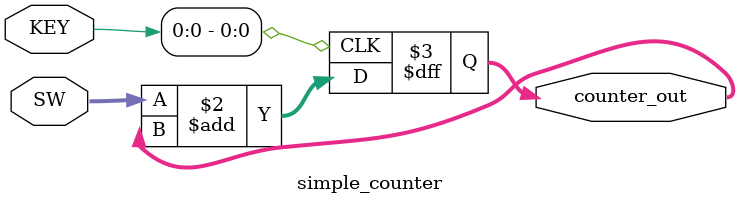
<source format=v>
module simple_counter(
	input [1:0] KEY,
	input [3:0] SW,
	output reg [3:0] counter_out);

	always @ (posedge KEY[0])
	begin
		counter_out <= #1 SW + counter_out;
	end
endmodule
</source>
